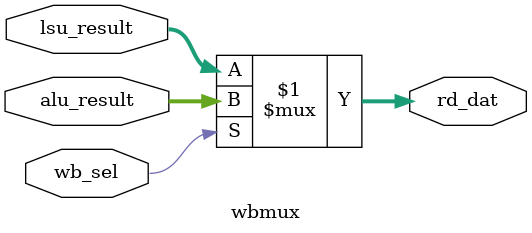
<source format=v>
`include "defines.v"

module wbmux(
   input wb_sel,
   input [63:0] alu_result,
   input [63:0] lsu_result,
   output [63:0] rd_dat
);

   assign rd_dat = wb_sel ? alu_result : lsu_result;

endmodule

</source>
